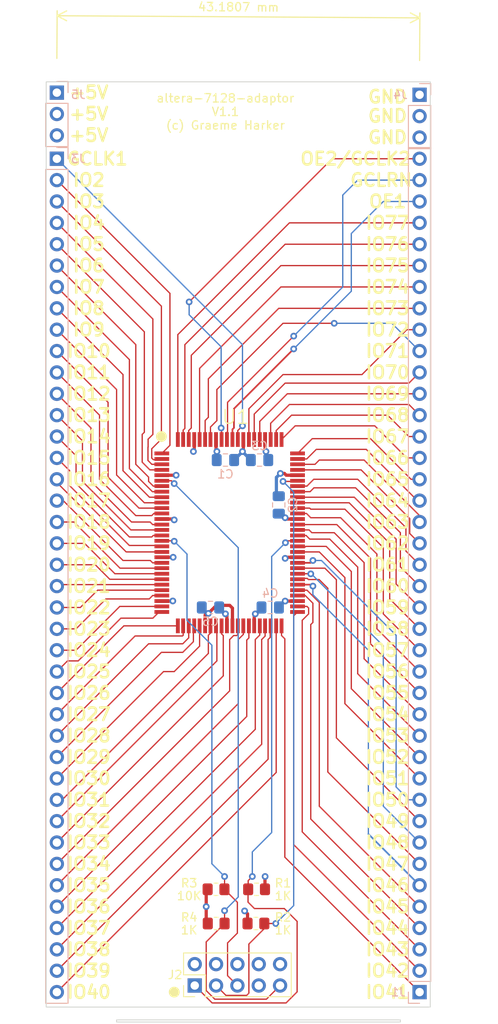
<source format=kicad_pcb>
(kicad_pcb (version 20211014) (generator pcbnew)
  (layers (0 "F.Cu" signal) (1 "In1.Cu" signal) (2 "In2.Cu" signal) (31 "B.Cu" signal) (34 "B.Paste" user) (35 "F.Paste" user) (36 "B.SilkS" user "B.Silkscreen") (37 "F.SilkS" user "F.Silkscreen") (38 "B.Mask" user) (39 "F.Mask" user) (44 "Edge.Cuts" user))
  (net 0 "")
  (net 1 "+5V")
  (net 2 "GND")
  (net 3 "/IO41")
  (net 4 "/IO42")
  (net 5 "/IO43")
  (net 6 "/IO44")
  (net 7 "/IO45")
  (net 8 "/IO46")
  (net 9 "/IO47")
  (net 10 "/IO48")
  (net 11 "/IO49")
  (net 12 "/IO50")
  (net 13 "/IO51")
  (net 14 "/IO52")
  (net 15 "/IO53")
  (net 16 "/IO54")
  (net 17 "/IO55")
  (net 18 "/IO56")
  (net 19 "/IO57")
  (net 20 "/IO58")
  (net 21 "/IO59")
  (net 22 "/IO60")
  (net 23 "/IO61")
  (net 24 "/IO62")
  (net 25 "/IO63")
  (net 26 "/IO64")
  (net 27 "/IO65")
  (net 28 "/IO66")
  (net 29 "/IO67")
  (net 30 "/IO68")
  (net 31 "/IO69")
  (net 32 "/IO70")
  (net 33 "/IO71")
  (net 34 "/IO72")
  (net 35 "/IO73")
  (net 36 "/IO74")
  (net 37 "/IO75")
  (net 38 "/IO76")
  (net 39 "/IO77")
  (net 40 "/GCLK1")
  (net 41 "/TCK")
  (net 42 "/TDO")
  (net 43 "/TMS")
  (net 46 "/TDI")
  (net 47 "/IO2")
  (net 48 "/IO3")
  (net 49 "/IO4")
  (net 50 "/IO5")
  (net 51 "/IO6")
  (net 52 "/IO7")
  (net 53 "/IO8")
  (net 54 "/IO9")
  (net 55 "/IO10")
  (net 56 "/IO11")
  (net 57 "/IO12")
  (net 58 "/IO13")
  (net 59 "/IO14")
  (net 60 "/IO15")
  (net 61 "/IO16")
  (net 62 "/IO17")
  (net 63 "/IO18")
  (net 64 "/IO19")
  (net 65 "/IO20")
  (net 66 "/IO21")
  (net 67 "/IO22")
  (net 68 "/IO23")
  (net 69 "/IO24")
  (net 70 "/IO25")
  (net 71 "/IO26")
  (net 72 "/IO27")
  (net 73 "/IO28")
  (net 74 "/IO29")
  (net 75 "/IO30")
  (net 76 "/IO31")
  (net 77 "/IO32")
  (net 78 "/IO33")
  (net 79 "/IO34")
  (net 80 "/IO35")
  (net 81 "/IO36")
  (net 82 "/IO37")
  (net 83 "/IO38")
  (net 84 "/IO39")
  (net 85 "/IO40")
  (net 87 "/OE1")
  (net 88 "/GCLRN")
  (net 89 "/OE2{slash}GCLK2")
  (footprint "QFP65P1720X2320X340-100N:QFP65P1720X2320X340-100N" (layer "F.Cu") (at 122.174 78.74)
    (fp_text reference "U1")
    (fp_text value "EPM7128SQC100-7")
  )
  (footprint "Resistor_SMD:R_0805_2012Metric_Pad1.20x1.40mm_HandSolder" (layer "F.Cu") (at 125.299511 125.195489)
    (fp_text reference "R2")
    (fp_text value "1K")
  )
  (footprint "Resistor_SMD:R_0805_2012Metric_Pad1.20x1.40mm_HandSolder" (layer "F.Cu") (at 125.375511 121.131489)
    (fp_text reference "R1")
    (fp_text value "1K")
  )
  (footprint "Resistor_SMD:R_0805_2012Metric_Pad1.20x1.40mm_HandSolder" (layer "F.Cu") (at 120.549511 121.131489)
    (fp_text reference "R3")
    (fp_text value "1K")
  )
  (footprint "Connector_PinHeader_2.54mm:PinHeader_2x05_P2.54mm_Vertical" (layer "F.Cu") (at 118.014511 132.566489 90)
    (fp_text reference "J2")
    (fp_text value "AVR-JTAG-10")
  )
  (footprint "Resistor_SMD:R_0805_2012Metric_Pad1.20x1.40mm_HandSolder" (layer "F.Cu") (at 120.565511 125.195489)
    (fp_text reference "R4")
    (fp_text value "1K")
  )
  (footprint "Capacitor_SMD:C_0805_2012Metric_Pad1.18x1.45mm_HandSolder" (layer "B.Cu") (at 121.666 70.104)
    (fp_text reference "C1")
    (fp_text value "100nF")
  )
  (footprint "Connector_PinHeader_2.54mm:PinHeader_1x03_P2.54mm_Vertical" (layer "B.Cu") (at 101.6 26.431 180)
    (fp_text reference "J5")
    (fp_text value "Conn_01x03_Male")
  )
  (footprint "Connector_PinHeader_2.54mm:PinHeader_1x03_P2.54mm_Vertical" (layer "B.Cu") (at 144.78 26.685 180)
    (fp_text reference "J4")
    (fp_text value "Conn_01x03_Male")
  )
  (footprint "Capacitor_SMD:C_0805_2012Metric_Pad1.18x1.45mm_HandSolder" (layer "B.Cu") (at 127 87.63 180)
    (fp_text reference "C4")
    (fp_text value "100nF")
  )
  (footprint "Capacitor_SMD:C_0805_2012Metric_Pad1.18x1.45mm_HandSolder" (layer "B.Cu") (at 119.888 87.63)
    (fp_text reference "C5")
    (fp_text value "100nF")
  )
  (footprint "Connector_PinHeader_2.54mm:PinHeader_1x40_P2.54mm_Vertical" (layer "B.Cu") (at 101.6 34.29 180)
    (fp_text reference "J3")
    (fp_text value "Conn_01x40_Male")
  )
  (footprint "Capacitor_SMD:C_0805_2012Metric_Pad1.18x1.45mm_HandSolder" (layer "B.Cu") (at 125.73 70.104 180)
    (fp_text reference "C3")
    (fp_text value "100nF")
  )
  (footprint "Capacitor_SMD:C_0805_2012Metric_Pad1.18x1.45mm_HandSolder" (layer "B.Cu") (at 128.016 75.438 90)
    (fp_text reference "C2")
    (fp_text value "100nF")
  )
  (footprint "Connector_PinHeader_2.54mm:PinHeader_1x40_P2.54mm_Vertical" (layer "B.Cu") (at 144.78 133.35)
    (fp_text reference "J1")
    (fp_text value "Conn_01x40_Male")
  )
  (gr_circle (center 115.57 133.35) (end 116.137961 133.35) (layer "F.SilkS") (width 0.15) (fill solid))
  (gr_circle (center 114.046 67.31) (end 114.613961 67.31) (layer "F.SilkS") (width 0.15) (fill solid))
  (gr_rect (start 108.712 136.906) (end 142.494 136.652) (layer "Edge.Cuts") (width 0.1) (fill none))
  (gr_rect (start 146.05 25.146) (end 100.33 135.128) (layer "Edge.Cuts") (width 0.1) (fill none))
  (gr_text "1K" (at 128.524 125.984) (layer "F.SilkS") (effects (font (size 1 1))))
  (gr_text "IO68" (at 140.97 64.77) (layer "F.SilkS") (effects (font (size 1.5 1.5) (thickness 0.3))))
  (gr_text "IO14" (at 105.41 67.31) (layer "F.SilkS") (effects (font (size 1.5 1.5) (thickness 0.3))))
  (gr_text "IO47" (at 140.97 118.11) (layer "F.SilkS") (effects (font (size 1.5 1.5) (thickness 0.3))))
  (gr_text "IO46" (at 140.97 120.65) (layer "F.SilkS") (effects (font (size 1.5 1.5) (thickness 0.3))))
  (gr_text "IO45" (at 140.97 123.19) (layer "F.SilkS") (effects (font (size 1.5 1.5) (thickness 0.3))))
  (gr_text "IO73" (at 140.97 52.07) (layer "F.SilkS") (effects (font (size 1.5 1.5) (thickness 0.3))))
  (gr_text "IO12" (at 105.41 62.23) (layer "F.SilkS") (effects (font (size 1.5 1.5) (thickness 0.3))))
  (gr_text "IO31" (at 105.41 110.49) (layer "F.SilkS") (effects (font (size 1.5 1.5) (thickness 0.3))))
  (gr_text "IO36" (at 105.41 123.19) (layer "F.SilkS") (effects (font (size 1.5 1.5) (thickness 0.3))))
  (gr_text "IO20" (at 105.41 82.55) (layer "F.SilkS") (effects (font (size 1.5 1.5) (thickness 0.3))))
  (gr_text "IO11" (at 105.41 59.69) (layer "F.SilkS") (effects (font (size 1.5 1.5) (thickness 0.3))))
  (gr_text "IO25" (at 105.41 95.25) (layer "F.SilkS") (effects (font (size 1.5 1.5) (thickness 0.3))))
  (gr_text "IO13" (at 105.41 64.77) (layer "F.SilkS") (effects (font (size 1.5 1.5) (thickness 0.3))))
  (gr_text "IO32" (at 105.41 113.03) (layer "F.SilkS") (effects (font (size 1.5 1.5) (thickness 0.3))))
  (gr_text "1K" (at 117.348 125.984) (layer "F.SilkS") (effects (font (size 1 1))))
  (gr_text "IO77" (at 140.97 41.91) (layer "F.SilkS") (effects (font (size 1.5 1.5) (thickness 0.3))))
  (gr_text "IO33" (at 105.41 115.57) (layer "F.SilkS") (effects (font (size 1.5 1.5) (thickness 0.3))))
  (gr_text "IO63" (at 140.97 77.47) (layer "F.SilkS") (effects (font (size 1.5 1.5) (thickness 0.3))))
  (gr_text "IO60" (at 140.97 85.09) (layer "F.SilkS") (effects (font (size 1.5 1.5) (thickness 0.3))))
  (gr_text "IO18" (at 105.41 77.47) (layer "F.SilkS") (effects (font (size 1.5 1.5) (thickness 0.3))))
  (gr_text "IO44" (at 140.97 125.73) (layer "F.SilkS") (effects (font (size 1.5 1.5) (thickness 0.3))))
  (gr_text "10K" (at 117.348 121.92) (layer "F.SilkS") (effects (font (size 1 1))))
  (gr_text "IO52" (at 140.97 105.41) (layer "F.SilkS") (effects (font (size 1.5 1.5) (thickness 0.3))))
  (gr_text "IO58" (at 140.97 90.17) (layer "F.SilkS") (effects (font (size 1.5 1.5) (thickness 0.3))))
  (gr_text "IO17" (at 105.41 74.93) (layer "F.SilkS") (effects (font (size 1.5 1.5) (thickness 0.3))))
  (gr_text "IO7" (at 105.41 49.53) (layer "F.SilkS") (effects (font (size 1.5 1.5) (thickness 0.3))))
  (gr_text "IO37" (at 105.41 125.73) (layer "F.SilkS") (effects (font (size 1.5 1.5) (thickness 0.3))))
  (gr_text "IO61" (at 140.97 82.55) (layer "F.SilkS") (effects (font (size 1.5 1.5) (thickness 0.3))))
  (gr_text "IO55" (at 140.97 97.79) (layer "F.SilkS") (effects (font (size 1.5 1.5) (thickness 0.3))))
  (gr_text "IO19" (at 105.41 80.01) (layer "F.SilkS") (effects (font (size 1.5 1.5) (thickness 0.3))))
  (gr_text "+5V" (at 105.41 31.496) (layer "F.SilkS") (effects (font (size 1.5 1.5) (thickness 0.3))))
  (gr_text "IO48" (at 140.97 115.57) (layer "F.SilkS") (effects (font (size 1.5 1.5) (thickness 0.3))))
  (gr_text "altera-7128-adaptor\nV1.1\n(c) Graeme Harker" (at 121.666 28.702) (layer "F.SilkS") (effects (font (size 1 1))))
  (gr_text "IO53" (at 140.97 102.87) (layer "F.SilkS") (effects (font (size 1.5 1.5) (thickness 0.3))))
  (gr_text "IO28" (at 105.41 102.87) (layer "F.SilkS") (effects (font (size 1.5 1.5) (thickness 0.3))))
  (gr_text "+5V" (at 105.41 28.956) (layer "F.SilkS") (effects (font (size 1.5 1.5) (thickness 0.3))))
  (gr_text "+5V" (at 105.41 26.416) (layer "F.SilkS") (effects (font (size 1.5 1.5) (thickness 0.3))))
  (gr_text "IO69" (at 140.97 62.23) (layer "F.SilkS") (effects (font (size 1.5 1.5) (thickness 0.3))))
  (gr_text "IO27" (at 105.41 100.33) (layer "F.SilkS") (effects (font (size 1.5 1.5) (thickness 0.3))))
  (gr_text "GND" (at 140.97 31.75) (layer "F.SilkS") (effects (font (size 1.5 1.5) (thickness 0.3))))
  (gr_text "IO49" (at 140.97 113.03) (layer "F.SilkS") (effects (font (size 1.5 1.5) (thickness 0.3))))
  (gr_text "IO9" (at 105.41 54.61) (layer "F.SilkS") (effects (font (size 1.5 1.5) (thickness 0.3))))
  (gr_text "IO70" (at 140.97 59.69) (layer "F.SilkS") (effects (font (size 1.5 1.5) (thickness 0.3))))
  (gr_text "IO4" (at 105.41 41.91) (layer "F.SilkS") (effects (font (size 1.5 1.5) (thickness 0.3))))
  (gr_text "IO59" (at 140.97 87.63) (layer "F.SilkS") (effects (font (size 1.5 1.5) (thickness 0.3))))
  (gr_text "IO50" (at 140.97 110.49) (layer "F.SilkS") (effects (font (size 1.5 1.5) (thickness 0.3))))
  (gr_text "1K" (at 128.524 121.92) (layer "F.SilkS") (effects (font (size 1 1))))
  (gr_text "IO57" (at 140.97 92.71) (layer "F.SilkS") (effects (font (size 1.5 1.5) (thickness 0.3))))
  (gr_text "GND" (at 140.97 29.21) (layer "F.SilkS") (effects (font (size 1.5 1.5) (thickness 0.3))))
  (gr_text "IO5" (at 105.41 44.45) (layer "F.SilkS") (effects (font (size 1.5 1.5) (thickness 0.3))))
  (gr_text "IO67" (at 140.97 67.31) (layer "F.SilkS") (effects (font (size 1.5 1.5) (thickness 0.3))))
  (gr_text "IO75" (at 140.97 46.99) (layer "F.SilkS") (effects (font (size 1.5 1.5) (thickness 0.3))))
  (gr_text "IO56" (at 140.97 95.25) (layer "F.SilkS") (effects (font (size 1.5 1.5) (thickness 0.3))))
  (gr_text "IO29" (at 105.41 105.41) (layer "F.SilkS") (effects (font (size 1.5 1.5) (thickness 0.3))))
  (gr_text "IO3" (at 105.41 39.37) (layer "F.SilkS") (effects (font (size 1.5 1.5) (thickness 0.3))))
  (gr_text "IO15" (at 105.41 69.85) (layer "F.SilkS") (effects (font (size 1.5 1.5) (thickness 0.3))))
  (gr_text "IO22" (at 105.41 87.63) (layer "F.SilkS") (effects (font (size 1.5 1.5) (thickness 0.3))))
  (gr_text "IO30" (at 105.41 107.95) (layer "F.SilkS") (effects (font (size 1.5 1.5) (thickness 0.3))))
  (gr_text "IO43" (at 140.97 128.27) (layer "F.SilkS") (effects (font (size 1.5 1.5) (thickness 0.3))))
  (gr_text "IO23" (at 105.41 90.17) (layer "F.SilkS") (effects (font (size 1.5 1.5) (thickness 0.3))))
  (gr_text "IO62" (at 140.97 80.01) (layer "F.SilkS") (effects (font (size 1.5 1.5) (thickness 0.3))))
  (gr_text "IO41" (at 140.97 133.35) (layer "F.SilkS") (effects (font (size 1.5 1.5) (thickness 0.3))))
  (gr_text "GND" (at 140.97 26.924) (layer "F.SilkS") (effects (font (size 1.5 1.5) (thickness 0.3))))
  (gr_text "IO2" (at 105.41 36.83) (layer "F.SilkS") (effects (font (size 1.5 1.5) (thickness 0.3))))
  (gr_text "GCLK1" (at 106.426 34.29) (layer "F.SilkS") (effects (font (size 1.5 1.5) (thickness 0.3))))
  (gr_text "IO10" (at 105.41 57.15) (layer "F.SilkS") (effects (font (size 1.5 1.5) (thickness 0.3))))
  (gr_text "IO42" (at 140.97 130.81) (layer "F.SilkS") (effects (font (size 1.5 1.5) (thickness 0.3))))
  (gr_text "IO34" (at 105.41 118.11) (layer "F.SilkS") (effects (font (size 1.5 1.5) (thickness 0.3))))
  (gr_text "GCLRN" (at 140.208 36.83) (layer "F.SilkS") (effects (font (size 1.5 1.5) (thickness 0.3))))
  (gr_text "IO65" (at 140.97 72.39) (layer "F.SilkS") (effects (font (size 1.5 1.5) (thickness 0.3))))
  (gr_text "IO38\n" (at 105.41 128.27) (layer "F.SilkS") (effects (font (size 1.5 1.5) (thickness 0.3))))
  (gr_text "IO24" (at 105.41 92.71) (layer "F.SilkS") (effects (font (size 1.5 1.5) (thickness 0.3))))
  (gr_text "IO16" (at 105.41 72.39) (layer "F.SilkS") (effects (font (size 1.5 1.5) (thickness 0.3))))
  (gr_text "IO26" (at 105.41 97.79) (layer "F.SilkS") (effects (font (size 1.5 1.5) (thickness 0.3))))
  (gr_text "OE1" (at 140.97 39.37) (layer "F.SilkS") (effects (font (size 1.5 1.5) (thickness 0.3))))
  (gr_text "IO72" (at 140.97 54.61) (layer "F.SilkS") (effects (font (size 1.5 1.5) (thickness 0.3))))
  (gr_text "IO39" (at 105.41 130.81) (layer "F.SilkS") (effects (font (size 1.5 1.5) (thickness 0.3))))
  (gr_text "IO6" (at 105.41 46.99) (layer "F.SilkS") (effects (font (size 1.5 1.5) (thickness 0.3))))
  (gr_text "IO21" (at 105.41 85.09) (layer "F.SilkS") (effects (font (size 1.5 1.5) (thickness 0.3))))
  (gr_text "IO71" (at 140.97 57.15) (layer "F.SilkS") (effects (font (size 1.5 1.5) (thickness 0.3))))
  (gr_text "IO64" (at 140.97 74.93) (layer "F.SilkS") (effects (font (size 1.5 1.5) (thickness 0.3))))
  (gr_text "IO35" (at 105.41 120.65) (layer "F.SilkS") (effects (font (size 1.5 1.5) (thickness 0.3))))
  (gr_text "IO66" (at 140.97 69.85) (layer "F.SilkS") (effects (font (size 1.5 1.5) (thickness 0.3))))
  (gr_text "IO51" (at 140.97 107.95) (layer "F.SilkS") (effects (font (size 1.5 1.5) (thickness 0.3))))
  (gr_text "IO76" (at 140.97 44.45) (layer "F.SilkS") (effects (font (size 1.5 1.5) (thickness 0.3))))
  (gr_text "IO40" (at 105.41 133.35) (layer "F.SilkS") (effects (font (size 1.5 1.5) (thickness 0.3))))
  (gr_text "IO54" (at 140.97 100.33) (layer "F.SilkS") (effects (font (size 1.5 1.5) (thickness 0.3))))
  (gr_text "IO74" (at 140.97 49.53) (layer "F.SilkS") (effects (font (size 1.5 1.5) (thickness 0.3))))
  (gr_text "OE2/GCLK2" (at 137.16 34.29) (layer "F.SilkS") (effects (font (size 1.5 1.5) (thickness 0.3))))
  (gr_text "IO8" (at 105.41 52.07) (layer "F.SilkS") (effects (font (size 1.5 1.5) (thickness 0.3))))
  (dimension (type aligned) (layer "F.SilkS") (pts (xy 101.6 22.86) (xy 144.78 23.114)) (height -5.569974) (gr_text "43.1807 mm" (at 123.229529 16.267142 359.6629699) (layer "F.SilkS") (effects (font (size 1 1) (thickness 0.15)))) (format (units 3) (units_format 1) (precision 4)) (style (thickness 0.15) (arrow_length 1.27) (text_position_mode 0) (extension_height 0.58642) (extension_offset 0.5) keep_text_aligned))
  (segment (start 126.3904 67.6656) (end 126.3904 68.9864) (width 0.381) (layer "F.Cu") (net 1))
  (segment (start 122.5042 87.7062) (end 122.5042 89.8144) (width 0.381) (layer "F.Cu") (net 1))
  (segment (start 119.432754 88.339246) (end 119.253 88.519) (width 0.381) (layer "F.Cu") (net 1))
  (segment (start 119.253 88.519) (end 119.253 89.8144) (width 0.381) (layer "F.Cu") (net 1))
  (segment (start 128.778 86.868) (end 130.2512 86.868) (width 0.381) (layer "F.Cu") (net 1))
  (segment (start 120.594792 87.376) (end 122.174 87.376) (width 0.381) (layer "F.Cu") (net 1))
  (segment (start 126.3904 68.9864) (end 126.492 69.088) (width 0.381) (layer "F.Cu") (net 1))
  (segment (start 119.38 125.009978) (end 119.565511 125.195489) (width 0.381) (layer "F.Cu") (net 1))
  (segment (start 122.174 87.376) (end 122.5042 87.7062) (width 0.381) (layer "F.Cu") (net 1))
  (segment (start 124.299511 124.045511) (end 123.952 123.698) (width 0.381) (layer "F.Cu") (net 1))
  (segment (start 120.5484 68.9864) (end 120.65 69.088) (width 0.381) (layer "F.Cu") (net 1))
  (segment (start 114.0968 81.661) (end 115.443 81.661) (width 0.381) (layer "F.Cu") (net 1))
  (segment (start 119.38 121.301) (end 119.549511 121.131489) (width 0.381) (layer "F.Cu") (net 1))
  (segment (start 130.2512 77.1144) (end 128.9304 77.1144) (width 0.381) (layer "F.Cu") (net 1))
  (segment (start 128.9304 77.1144) (end 128.778 76.962) (width 0.381) (layer "F.Cu") (net 1))
  (segment (start 119.38 123.19) (end 119.38 121.301) (width 0.381) (layer "F.Cu") (net 1))
  (segment (start 119.631546 88.339246) (end 119.432754 88.339246) (width 0.381) (layer "F.Cu") (net 1))
  (segment (start 119.631546 88.339246) (end 120.594792 87.376) (width 0.381) (layer "F.Cu") (net 1))
  (segment (start 120.5484 67.6656) (end 120.5484 68.9864) (width 0.381) (layer "F.Cu") (net 1))
  (segment (start 119.38 123.19) (end 119.38 125.009978) (width 0.381) (layer "F.Cu") (net 1))
  (segment (start 114.0968 71.9074) (end 115.7986 71.9074) (width 0.381) (layer "F.Cu") (net 1))
  (segment (start 124.299511 125.195489) (end 124.299511 124.045511) (width 0.381) (layer "F.Cu") (net 1))
  (via (at 115.443 81.661) (size 0.8) (drill 0.4) (layers "F.Cu" "B.Cu") (net 1))
  (via (at 123.952 123.698) (size 0.8) (drill 0.4) (layers "F.Cu" "B.Cu") (net 1))
  (via (at 128.778 86.868) (size 0.8) (drill 0.4) (layers "F.Cu" "B.Cu") (net 1))
  (via (at 126.492 69.088) (size 0.8) (drill 0.4) (layers "F.Cu" "B.Cu") (net 1))
  (via (at 115.7986 71.9074) (size 0.8) (drill 0.4) (layers "F.Cu" "B.Cu") (net 1))
  (via (at 128.778 76.962) (size 0.8) (drill 0.4) (layers "F.Cu" "B.Cu") (net 1))
  (via (at 120.65 69.088) (size 0.8) (drill 0.4) (layers "F.Cu" "B.Cu") (net 1))
  (via (at 119.631546 88.339246) (size 0.8) (drill 0.4) (layers "F.Cu" "B.Cu") (net 1))
  (via (at 119.38 123.19) (size 0.8) (drill 0.4) (layers "F.Cu" "B.Cu") (net 1))
  (segment (start 115.389117 86.868) (end 115.401793 86.855324) (width 0.381) (layer "F.Cu") (net 2))
  (segment (start 123.7996 68.9864) (end 123.7996 67.6656) (width 0.381) (layer "F.Cu") (net 2))
  (segment (start 121.8438 89.8144) (end 121.8438 88.560006) (width 0.381) (layer "F.Cu") (net 2))
  (segment (start 117.856 69.1388) (end 117.856 69.088) (width 0.381) (layer "F.Cu") (net 2))
  (segment (start 130.2512 71.9074) (end 128.904645 71.9074) (width 0.381) (layer "F.Cu") (net 2))
  (segment (start 115.4684 77.1144) (end 114.0968 77.1144) (width 0.381) (layer "F.Cu") (net 2))
  (segment (start 117.9576 67.6656) (end 117.9576 69.2404) (width 0.381) (layer "F.Cu") (net 2))
  (segment (start 128.905 81.661) (end 128.778 81.788) (width 0.381) (layer "F.Cu") (net 2))
  (segment (start 121.8438 88.560006) (end 121.66889 88.385096) (width 0.381) (layer "F.Cu") (net 2))
  (segment (start 125.095 88.519) (end 125.222 88.392) (width 0.381) (layer "F.Cu") (net 2))
  (segment (start 128.904645 71.9074) (end 128.693034 71.695789) (width 0.381) (layer "F.Cu") (net 2))
  (segment (start 115.57 77.216) (end 115.4684 77.1144) (width 0.381) (layer "F.Cu") (net 2))
  (segment (start 125.095 89.8144) (end 125.095 88.519) (width 0.381) (layer "F.Cu") (net 2))
  (segment (start 128.693034 71.695789) (end 128.20793 71.695789) (width 0.381) (layer "F.Cu") (net 2))
  (segment (start 126.375511 121.131489) (end 126.375511 119.623489) (width 0.381) (layer "F.Cu") (net 2))
  (segment (start 114.0968 86.868) (end 115.389117 86.868) (width 0.381) (layer "F.Cu") (net 2))
  (segment (start 126.375511 119.623489) (end 126.391511 119.607489) (width 0.381) (layer "F.Cu") (net 2))
  (segment (start 130.2512 81.661) (end 128.905 81.661) (width 0.381) (layer "F.Cu") (net 2))
  (segment (start 123.698 69.088) (end 123.7996 68.9864) (width 0.381) (layer "F.Cu") (net 2))
  (segment (start 117.9576 69.2404) (end 117.856 69.1388) (width 0.381) (layer "F.Cu") (net 2))
  (via (at 117.856 69.088) (size 0.8) (drill 0.4) (layers "F.Cu" "B.Cu") (net 2))
  (via (at 128.20793 71.695789) (size 0.8) (drill 0.4) (layers "F.Cu" "B.Cu") (net 2))
  (via (at 123.698 69.088) (size 0.8) (drill 0.4) (layers "F.Cu" "B.Cu") (net 2))
  (via (at 115.401793 86.855324) (size 0.8) (drill 0.4) (layers "F.Cu" "B.Cu") (net 2))
  (via (at 125.222 88.392) (size 0.8) (drill 0.4) (layers "F.Cu" "B.Cu") (net 2))
  (via (at 115.57 77.216) (size 0.8) (drill 0.4) (layers "F.Cu" "B.Cu") (net 2))
  (via (at 126.391511 119.607489) (size 0.8) (drill 0.4) (layers "F.Cu" "B.Cu") (net 2))
  (via (at 121.66889 88.385096) (size 0.8) (drill 0.4) (layers "F.Cu" "B.Cu") (net 2))
  (via (at 128.778 81.788) (size 0.8) (drill 0.4) (layers "F.Cu" "B.Cu") (net 2))
  (segment (start 127.733989 74.118489) (end 128.016 74.4005) (width 0.381) (layer "B.Cu") (net 2))
  (segment (start 123.698 69.1095) (end 124.6925 70.104) (width 0.381) (layer "B.Cu") (net 2))
  (segment (start 123.698 69.088) (end 123.698 69.1095) (width 0.381) (layer "B.Cu") (net 2))
  (segment (start 123.698 69.1095) (end 122.7035 70.104) (width 0.381) (layer "B.Cu") (net 2))
  (segment (start 127.733989 72.16973) (end 127.733989 74.118489) (width 0.381) (layer "B.Cu") (net 2))
  (segment (start 128.20793 71.695789) (end 127.733989 72.16973) (width 0.381) (layer "B.Cu") (net 2))
  (segment (start 128.3462 89.8144) (end 128.3462 90.96375) (width 0.1524) (layer "F.Cu") (net 3))
  (segment (start 128.7399 117.3099) (end 144.78 133.35) (width 0.1524) (layer "F.Cu") (net 3))
  (segment (start 128.7399 91.35745) (end 128.7399 117.3099) (width 0.1524) (layer "F.Cu") (net 3))
  (segment (start 128.3462 90.96375) (end 128.7399 91.35745) (width 0.1524) (layer "F.Cu") (net 3))
  (segment (start 129.794 88.6206) (end 130.2512 88.1634) (width 0.1524) (layer "F.Cu") (net 4))
  (segment (start 129.794 115.824) (end 129.794 88.6206) (width 0.1524) (layer "F.Cu") (net 4))
  (segment (start 144.78 130.81) (end 129.794 115.824) (width 0.1524) (layer "F.Cu") (net 4))
  (segment (start 130.2512 87.503) (end 131.3775 87.503) (width 0.1524) (layer "F.Cu") (net 5))
  (segment (start 130.81 114.3) (end 144.78 128.27) (width 0.1524) (layer "F.Cu") (net 5))
  (segment (start 131.572 87.6975) (end 131.572 88.392) (width 0.1524) (layer "F.Cu") (net 5))
  (segment (start 130.81 89.154) (end 130.81 114.3) (width 0.1524) (layer "F.Cu") (net 5))
  (segment (start 131.572 88.392) (end 130.81 89.154) (width 0.1524) (layer "F.Cu") (net 5))
  (segment (start 131.3775 87.503) (end 131.572 87.6975) (width 0.1524) (layer "F.Cu") (net 5))
  (segment (start 131.826 89.662) (end 132.08 89.408) (width 0.1524) (layer "F.Cu") (net 6))
  (segment (start 132.08 89.408) (end 132.08 87.122) (width 0.1524) (layer "F.Cu") (net 6))
  (segment (start 131.1656 86.2076) (end 130.2512 86.2076) (width 0.1524) (layer "F.Cu") (net 6))
  (segment (start 132.08 87.122) (end 131.1656 86.2076) (width 0.1524) (layer "F.Cu") (net 6))
  (segment (start 131.826 112.776) (end 131.826 89.662) (width 0.1524) (layer "F.Cu") (net 6))
  (segment (start 144.78 125.73) (end 131.826 112.776) (width 0.1524) (layer "F.Cu") (net 6))
  (segment (start 132.842 111.252) (end 144.78 123.19) (width 0.1524) (layer "F.Cu") (net 7))
  (segment (start 132.842 87.0371) (end 132.842 111.252) (width 0.1524) (layer "F.Cu") (net 7))
  (segment (start 130.2512 85.5726) (end 131.3775 85.5726) (width 0.1524) (layer "F.Cu") (net 7))
  (segment (start 131.3775 85.5726) (end 132.842 87.0371) (width 0.1524) (layer "F.Cu") (net 7))
  (segment (start 131.9022 84.9122) (end 132.08 85.09) (width 0.2) (layer "F.Cu") (net 8))
  (segment (start 130.2512 84.9122) (end 131.9022 84.9122) (width 0.2) (layer "F.Cu") (net 8))
  (via (at 132.08 85.09) (size 0.8) (drill 0.4) (layers "F.Cu" "B.Cu") (net 8))
  (segment (start 138.684 92.71) (end 138.684 114.554) (width 0.1524) (layer "B.Cu") (net 8))
  (segment (start 132.08 85.09) (end 132.08 86.106) (width 0.1524) (layer "B.Cu") (net 8))
  (segment (start 132.08 86.106) (end 138.684 92.71) (width 0.1524) (layer "B.Cu") (net 8))
  (segment (start 138.684 114.554) (end 144.78 120.65) (width 0.2) (layer "B.Cu") (net 8))
  (segment (start 130.2512 84.220711) (end 130.2512 84.2772) (width 0.1524) (layer "F.Cu") (net 9))
  (segment (start 130.302 84.169911) (end 130.2512 84.220711) (width 0.1524) (layer "F.Cu") (net 9))
  (segment (start 133.858 85.344) (end 132.821811 84.307811) (width 0.1524) (layer "F.Cu") (net 9))
  (segment (start 131.54611 84.307811) (end 131.40821 84.169911) (width 0.1524) (layer "F.Cu") (net 9))
  (segment (start 131.40821 84.169911) (end 130.302 84.169911) (width 0.1524) (layer "F.Cu") (net 9))
  (segment (start 144.78 118.11) (end 133.858 107.188) (width 0.1524) (layer "F.Cu") (net 9))
  (segment (start 133.858 107.188) (end 133.858 85.344) (width 0.1524) (layer "F.Cu") (net 9))
  (segment (start 132.821811 84.307811) (end 131.54611 84.307811) (width 0.1524) (layer "F.Cu") (net 9))
  (segment (start 131.826 83.6321) (end 131.8107 83.6168) (width 0.1524) (layer "F.Cu") (net 10))
  (segment (start 131.8107 83.6168) (end 130.2512 83.6168) (width 0.1524) (layer "F.Cu") (net 10))
  (via (at 131.826 83.6321) (size 0.8) (drill 0.4) (layers "F.Cu" "B.Cu") (net 10))
  (segment (start 140.462 111.252) (end 144.78 115.57) (width 0.1524) (layer "B.Cu") (net 10))
  (segment (start 140.462 92.202) (end 140.462 111.252) (width 0.1524) (layer "B.Cu") (net 10))
  (segment (start 131.8921 83.6321) (end 140.462 92.202) (width 0.1524) (layer "B.Cu") (net 10))
  (segment (start 131.826 83.6321) (end 131.8921 83.6321) (width 0.1524) (layer "B.Cu") (net 10))
  (segment (start 133.5024 82.9564) (end 134.874 84.328) (width 0.1524) (layer "F.Cu") (net 11))
  (segment (start 134.874 84.328) (end 134.874 103.124) (width 0.1524) (layer "F.Cu") (net 11))
  (segment (start 130.2512 82.9564) (end 133.5024 82.9564) (width 0.1524) (layer "F.Cu") (net 11))
  (segment (start 134.874 103.124) (end 144.78 113.03) (width 0.1524) (layer "F.Cu") (net 11))
  (segment (start 130.2512 82.3214) (end 131.8006 82.3214) (width 0.2) (layer "F.Cu") (net 12))
  (segment (start 131.8006 82.3214) (end 132.08 82.042) (width 0.2) (layer "F.Cu") (net 12))
  (via (at 132.08 82.042) (size 0.8) (drill 0.4) (layers "F.Cu" "B.Cu") (net 12))
  (segment (start 141.986 90.932) (end 141.986 108.966) (width 0.1524) (layer "B.Cu") (net 12))
  (segment (start 132.08 82.042) (end 133.096 82.042) (width 0.1524) (layer "B.Cu") (net 12))
  (segment (start 141.986 108.966) (end 143.51 110.49) (width 0.1524) (layer "B.Cu") (net 12))
  (segment (start 143.51 110.49) (end 144.78 110.49) (width 0.1524) (layer "B.Cu") (net 12))
  (segment (start 133.096 82.042) (end 141.986 90.932) (width 0.1524) (layer "B.Cu") (net 12))
  (segment (start 135.89 84.074) (end 132.842 81.026) (width 0.1524) (layer "F.Cu") (net 13))
  (segment (start 144.78 107.95) (end 135.89 99.06) (width 0.1524) (layer "F.Cu") (net 13))
  (segment (start 132.842 81.026) (end 130.2512 81.026) (width 0.1524) (layer "F.Cu") (net 13))
  (segment (start 135.89 99.06) (end 135.89 84.074) (width 0.1524) (layer "F.Cu") (net 13))
  (segment (start 136.652 97.282) (end 136.652 83.3541) (width 0.1524) (layer "F.Cu") (net 14))
  (segment (start 136.652 83.3541) (end 133.6635 80.3656) (width 0.1524) (layer "F.Cu") (net 14))
  (segment (start 144.78 105.41) (end 136.652 97.282) (width 0.1524) (layer "F.Cu") (net 14))
  (segment (start 131.225014 80.3656) (end 131.117725 80.472889) (width 0.1524) (layer "F.Cu") (net 14))
  (segment (start 133.6635 80.3656) (end 131.225014 80.3656) (width 0.1524) (layer "F.Cu") (net 14))
  (segment (start 134.087204 79.502) (end 137.414 82.828796) (width 0.1524) (layer "F.Cu") (net 15))
  (segment (start 130.2512 79.0702) (end 131.272522 79.0702) (width 0.1524) (layer "F.Cu") (net 15))
  (segment (start 131.704322 79.502) (end 134.087204 79.502) (width 0.1524) (layer "F.Cu") (net 15))
  (segment (start 137.414 82.828796) (end 137.414 95.504) (width 0.1524) (layer "F.Cu") (net 15))
  (segment (start 137.414 95.504) (end 144.78 102.87) (width 0.1524) (layer "F.Cu") (net 15))
  (segment (start 131.272522 79.0702) (end 131.704322 79.502) (width 0.1524) (layer "F.Cu") (net 15))
  (segment (start 138.176 93.726) (end 138.176 82.296) (width 0.1524) (layer "F.Cu") (net 16))
  (segment (start 131.955661 78.74) (end 131.625461 78.4098) (width 0.1524) (layer "F.Cu") (net 16))
  (segment (start 138.176 82.296) (end 134.62 78.74) (width 0.1524) (layer "F.Cu") (net 16))
  (segment (start 131.625461 78.4098) (end 130.2512 78.4098) (width 0.1524) (layer "F.Cu") (net 16))
  (segment (start 134.62 78.74) (end 131.955661 78.74) (width 0.1524) (layer "F.Cu") (net 16))
  (segment (start 144.78 100.33) (end 138.176 93.726) (width 0.1524) (layer "F.Cu") (net 16))
  (segment (start 134.9248 77.7748) (end 130.2512 77.7748) (width 0.1524) (layer "F.Cu") (net 17))
  (segment (start 144.78 97.79) (end 138.938 91.948) (width 0.1524) (layer "F.Cu") (net 17))
  (segment (start 138.938 91.948) (end 138.938 81.788) (width 0.1524) (layer "F.Cu") (net 17))
  (segment (start 138.938 81.788) (end 134.9248 77.7748) (width 0.1524) (layer "F.Cu") (net 17))
  (segment (start 139.7 90.17) (end 139.7 81.28) (width 0.1524) (layer "F.Cu") (net 18))
  (segment (start 131.826 76.962) (end 131.318 76.454) (width 0.1524) (layer "F.Cu") (net 18))
  (segment (start 135.382 76.962) (end 131.826 76.962) (width 0.1524) (layer "F.Cu") (net 18))
  (segment (start 131.318 76.454) (end 130.2512 76.454) (width 0.1524) (layer "F.Cu") (net 18))
  (segment (start 144.78 95.25) (end 139.7 90.17) (width 0.1524) (layer "F.Cu") (net 18))
  (segment (start 139.7 81.28) (end 135.382 76.962) (width 0.1524) (layer "F.Cu") (net 18))
  (segment (start 144.78 92.71) (end 140.462 88.392) (width 0.1524) (layer "F.Cu") (net 19))
  (segment (start 140.462 88.392) (end 140.462 80.518) (width 0.1524) (layer "F.Cu") (net 19))
  (segment (start 131.826 75.946) (end 131.699 75.819) (width 0.1524) (layer "F.Cu") (net 19))
  (segment (start 135.89 75.946) (end 131.826 75.946) (width 0.1524) (layer "F.Cu") (net 19))
  (segment (start 140.462 80.518) (end 135.89 75.946) (width 0.1524) (layer "F.Cu") (net 19))
  (segment (start 131.699 75.819) (end 130.2512 75.819) (width 0.1524) (layer "F.Cu") (net 19))
  (segment (start 141.224 86.614) (end 141.224 80.01) (width 0.1524) (layer "F.Cu") (net 20))
  (segment (start 130.407289 75.314689) (end 130.2512 75.1586) (width 0.1524) (layer "F.Cu") (net 20))
  (segment (start 144.78 90.17) (end 141.224 86.614) (width 0.1524) (layer "F.Cu") (net 20))
  (segment (start 136.398 75.184) (end 130.2766 75.184) (width 0.1524) (layer "F.Cu") (net 20))
  (segment (start 141.224 80.01) (end 136.398 75.184) (width 0.1524) (layer "F.Cu") (net 20))
  (segment (start 130.2766 75.184) (end 130.2512 75.1586) (width 0.1524) (layer "F.Cu") (net 20))
  (segment (start 141.986 79.502) (end 137.0076 74.5236) (width 0.1524) (layer "F.Cu") (net 21))
  (segment (start 137.0076 74.5236) (end 130.2512 74.5236) (width 0.1524) (layer "F.Cu") (net 21))
  (segment (start 144.78 87.63) (end 141.986 84.836) (width 0.1524) (layer "F.Cu") (net 21))
  (segment (start 141.986 84.836) (end 141.986 79.502) (width 0.1524) (layer "F.Cu") (net 21))
  (segment (start 142.494 78.74) (end 137.16 73.406) (width 0.1524) (layer "F.Cu") (net 22))
  (segment (start 131.7498 73.8632) (end 130.2512 73.8632) (width 0.1524) (layer "F.Cu") (net 22))
  (segment (start 142.494 82.804) (end 142.494 78.74) (width 0.1524) (layer "F.Cu") (net 22))
  (segment (start 132.207 73.406) (end 131.7498 73.8632) (width 0.1524) (layer "F.Cu") (net 22))
  (segment (start 137.16 73.406) (end 132.207 73.406) (width 0.1524) (layer "F.Cu") (net 22))
  (segment (start 144.78 85.09) (end 142.494 82.804) (width 0.1524) (layer "F.Cu") (net 22))
  (segment (start 143.155969 78.131969) (end 137.414 72.39) (width 0.1524) (layer "F.Cu") (net 23))
  (segment (start 143.155969 80.925969) (end 143.155969 78.131969) (width 0.1524) (layer "F.Cu") (net 23))
  (segment (start 137.414 72.39) (end 132.182922 72.39) (width 0.1524) (layer "F.Cu") (net 23))
  (segment (start 132.182922 72.39) (end 131.370122 73.2028) (width 0.1524) (layer "F.Cu") (net 23))
  (segment (start 144.78 82.55) (end 143.155969 80.925969) (width 0.1524) (layer "F.Cu") (net 23))
  (segment (start 131.370122 73.2028) (end 130.2512 73.2028) (width 0.1524) (layer "F.Cu") (net 23))
  (segment (start 143.605489 78.835489) (end 143.605489 77.057489) (width 0.1524) (layer "F.Cu") (net 24))
  (segment (start 143.605489 77.057489) (end 137.8204 71.2724) (width 0.1524) (layer "F.Cu") (net 24))
  (segment (start 137.8204 71.2724) (end 130.2512 71.2724) (width 0.1524) (layer "F.Cu") (net 24))
  (segment (start 144.78 80.01) (end 143.605489 78.835489) (width 0.1524) (layer "F.Cu") (net 24))
  (segment (start 138.176 70.104) (end 132.842 70.104) (width 0.1524) (layer "F.Cu") (net 25))
  (segment (start 132.334 70.612) (end 130.2512 70.612) (width 0.1524) (layer "F.Cu") (net 25))
  (segment (start 144.78 76.708) (end 138.176 70.104) (width 0.1524) (layer "F.Cu") (net 25))
  (segment (start 132.842 70.104) (end 132.334 70.612) (width 0.1524) (layer "F.Cu") (net 25))
  (segment (start 144.78 77.47) (end 144.78 76.708) (width 0.1524) (layer "F.Cu") (net 25))
  (segment (start 138.43 68.834) (end 132.487722 68.834) (width 0.1524) (layer "F.Cu") (net 26))
  (segment (start 132.487722 68.834) (end 131.344722 69.977) (width 0.1524) (layer "F.Cu") (net 26))
  (segment (start 144.78 74.93) (end 144.526 74.93) (width 0.1524) (layer "F.Cu") (net 26))
  (segment (start 131.344722 69.977) (end 130.2512 69.977) (width 0.1524) (layer "F.Cu") (net 26))
  (segment (start 144.526 74.93) (end 138.43 68.834) (width 0.1524) (layer "F.Cu") (net 26))
  (segment (start 143.764 72.39) (end 138.938 67.564) (width 0.1524) (layer "F.Cu") (net 27))
  (segment (start 144.78 72.39) (end 143.764 72.39) (width 0.1524) (layer "F.Cu") (net 27))
  (segment (start 138.938 67.564) (end 132.0038 67.564) (width 0.1524) (layer "F.Cu") (net 27))
  (segment (start 132.0038 67.564) (end 130.2512 69.3166) (width 0.1524) (layer "F.Cu") (net 27))
  (segment (start 139.446 66.04) (end 129.9718 66.04) (width 0.1524) (layer "F.Cu") (net 28))
  (segment (start 143.256 69.85) (end 139.446 66.04) (width 0.1524) (layer "F.Cu") (net 28))
  (segment (start 144.78 69.85) (end 143.256 69.85) (width 0.1524) (layer "F.Cu") (net 28))
  (segment (start 129.9718 66.04) (end 128.3462 67.6656) (width 0.1524) (layer "F.Cu") (net 28))
  (segment (start 127.7112 66.5988) (end 127.7112 67.6656) (width 0.1524) (layer "F.Cu") (net 29))
  (segment (start 129.54 64.77) (end 127.7112 66.5988) (width 0.1524) (layer "F.Cu") (net 29))
  (segment (start 144.78 67.31) (end 143.51 67.31) (width 0.1524) (layer "F.Cu") (net 29))
  (segment (start 140.97 64.77) (end 129.54 64.77) (width 0.1524) (layer "F.Cu") (net 29))
  (segment (start 143.51 67.31) (end 140.97 64.77) (width 0.1524) (layer "F.Cu") (net 29))
  (segment (start 144.78 64.77) (end 143.51 63.5) (width 0.1524) (layer "F.Cu") (net 30))
  (segment (start 129.286 63.5) (end 127.0508 65.7352) (width 0.1524) (layer "F.Cu") (net 30))
  (segment (start 127.0508 65.7352) (end 127.0508 67.6656) (width 0.1524) (layer "F.Cu") (net 30))
  (segment (start 143.51 63.5) (end 129.286 63.5) (width 0.1524) (layer "F.Cu") (net 30))
  (segment (start 129.032 62.23) (end 144.78 62.23) (width 0.1524) (layer "F.Cu") (net 31))
  (segment (start 125.7554 65.5066) (end 129.032 62.23) (width 0.1524) (layer "F.Cu") (net 31))
  (segment (start 125.7554 67.6656) (end 125.7554 65.5066) (width 0.1524) (layer "F.Cu") (net 31))
  (segment (start 125.095 64.643) (end 128.778 60.96) (width 0.1524) (layer "F.Cu") (net 32))
  (segment (start 125.095 67.6656) (end 125.095 64.643) (width 0.1524) (layer "F.Cu") (net 32))
  (segment (start 143.51 60.96) (end 144.78 59.69) (width 0.1524) (layer "F.Cu") (net 32))
  (segment (start 128.778 60.96) (end 143.51 60.96) (width 0.1524) (layer "F.Cu") (net 32))
  (segment (start 120.65 65.417039) (end 119.888 66.179039) (width 0.1524) (layer "F.Cu") (net 33))
  (segment (start 128.524 53.848) (end 120.65 61.722) (width 0.1524) (layer "F.Cu") (net 33))
  (segment (start 119.888 66.179039) (end 119.888 67.6656) (width 0.1524) (layer "F.Cu") (net 33))
  (segment (start 120.65 61.722) (end 120.65 65.417039) (width 0.1524) (layer "F.Cu") (net 33))
  (segment (start 134.62 53.848) (end 128.524 53.848) (width 0.1524) (layer "F.Cu") (net 33))
  (via (at 134.62 53.848) (size 0.8) (drill 0.4) (layers "F.Cu" "B.Cu") (net 33))
  (segment (start 141.478 53.848) (end 134.62 53.848) (width 0.1524) (layer "B.Cu") (net 33))
  (segment (start 144.78 57.15) (end 141.478 53.848) (width 0.1524) (layer "B.Cu") (net 33))
  (segment (start 143.256 54.61) (end 144.78 54.61) (width 0.1524) (layer "F.Cu") (net 34))
  (segment (start 124.46 67.6656) (end 124.46 64.008) (width 0.1524) (layer "F.Cu") (net 34))
  (segment (start 137.922 59.944) (end 143.256 54.61) (width 0.1524) (layer "F.Cu") (net 34))
  (segment (start 124.46 64.008) (end 128.524 59.944) (width 0.1524) (layer "F.Cu") (net 34))
  (segment (start 128.524 59.944) (end 137.922 59.944) (width 0.1524) (layer "F.Cu") (net 34))
  (segment (start 119.253 65.405) (end 119.634 65.024) (width 0.1524) (layer "F.Cu") (net 35))
  (segment (start 119.634 65.024) (end 119.634 60.452) (width 0.1524) (layer "F.Cu") (net 35))
  (segment (start 119.253 67.6656) (end 119.253 65.405) (width 0.1524) (layer "F.Cu") (net 35))
  (segment (start 119.634 60.452) (end 128.016 52.07) (width 0.1524) (layer "F.Cu") (net 35))
  (segment (start 128.016 52.07) (end 144.78 52.07) (width 0.1524) (layer "F.Cu") (net 35))
  (segment (start 128.27 49.53) (end 144.78 49.53) (width 0.1524) (layer "F.Cu") (net 36))
  (segment (start 118.5926 67.6656) (end 118.5926 59.2074) (width 0.1524) (layer "F.Cu") (net 36))
  (segment (start 118.5926 59.2074) (end 128.27 49.53) (width 0.1524) (layer "F.Cu") (net 36))
  (segment (start 117.2972 66.5988) (end 117.602 66.294) (width 0.1524) (layer "F.Cu") (net 37))
  (segment (start 117.602 57.658) (end 128.27 46.99) (width 0.1524) (layer "F.Cu") (net 37))
  (segment (start 117.602 66.294) (end 117.602 57.658) (width 0.1524) (layer "F.Cu") (net 37))
  (segment (start 117.2972 67.6656) (end 117.2972 66.5988) (width 0.1524) (layer "F.Cu") (net 37))
  (segment (start 128.27 46.99) (end 144.78 46.99) (width 0.1524) (layer "F.Cu") (net 37))
  (segment (start 116.6368 67.6656) (end 116.6368 66.548) (width 0.1524) (layer "F.Cu") (net 38))
  (segment (start 116.84 66.3448) (end 116.84 56.388) (width 0.1524) (layer "F.Cu") (net 38))
  (segment (start 128.778 44.45) (end 144.78 44.45) (width 0.1524) (layer "F.Cu") (net 38))
  (segment (start 116.84 56.388) (end 128.778 44.45) (width 0.1524) (layer "F.Cu") (net 38))
  (segment (start 116.6368 66.548) (end 116.84 66.3448) (width 0.1524) (layer "F.Cu") (net 38))
  (segment (start 129.286 41.91) (end 144.78 41.91) (width 0.1524) (layer "F.Cu") (net 39))
  (segment (start 116.0018 67.6656) (end 116.0018 55.1942) (width 0.1524) (layer "F.Cu") (net 39))
  (segment (start 116.0018 55.1942) (end 129.286 41.91) (width 0.1524) (layer "F.Cu") (net 39))
  (segment (start 123.1392 67.6656) (end 123.1392 66.5988) (width 0.1524) (layer "F.Cu") (net 40))
  (segment (start 123.1392 66.5988) (end 123.698 66.04) (width 0.1524) (layer "F.Cu") (net 40))
  (via (at 123.698 66.04) (size 0.8) (drill 0.4) (layers "F.Cu" "B.Cu") (net 40))
  (segment (start 123.698 56.388) (end 101.6 34.29) (width 0.1524) (layer "B.Cu") (net 40))
  (segment (start 123.698 66.04) (end 123.698 56.388) (width 0.1524) (layer "B.Cu") (net 40))
  (segment (start 124.359511 122.655489) (end 125.121511 123.417489) (width 0.1524) (layer "F.Cu") (net 41))
  (segment (start 130.2512 79.7052) (end 129.036302 79.7052) (width 0.1524) (layer "F.Cu") (net 41))
  (segment (start 128.88496 134.64004) (end 130.201511 133.323489) (width 0.1524) (layer "F.Cu") (net 41))
  (segment (start 124.359511 121.147489) (end 124.359511 122.655489) (width 0.1524) (layer "F.Cu") (net 41))
  (segment (start 130.201511 133.323489) (end 130.201511 124.941489) (width 0.1524) (layer "F.Cu") (net 41))
  (segment (start 125.121511 123.417489) (end 128.677511 123.417489) (width 0.1524) (layer "F.Cu") (net 41))
  (segment (start 124.867511 119.607489) (end 124.375511 120.099489) (width 0.1524) (layer "F.Cu") (net 41))
  (segment (start 128.677511 123.417489) (end 130.201511 124.941489) (width 0.1524) (layer "F.Cu") (net 41))
  (segment (start 124.375511 120.099489) (end 124.375511 121.131489) (width 0.1524) (layer "F.Cu") (net 41))
  (segment (start 129.036302 79.7052) (end 128.812718 79.928784) (width 0.1524) (layer "F.Cu") (net 41))
  (segment (start 120.088062 134.64004) (end 128.88496 134.64004) (width 0.1524) (layer "F.Cu") (net 41))
  (segment (start 118.014511 132.566489) (end 120.088062 134.64004) (width 0.1524) (layer "F.Cu") (net 41))
  (segment (start 124.375511 121.131489) (end 124.359511 121.147489) (width 0.1524) (layer "F.Cu") (net 41))
  (via (at 124.867511 119.607489) (size 0.8) (drill 0.4) (layers "F.Cu" "B.Cu") (net 41))
  (via (at 128.812718 79.928784) (size 0.8) (drill 0.4) (layers "F.Cu" "B.Cu") (net 41))
  (segment (start 127.17428 114.37972) (end 124.867511 116.686489) (width 0.1524) (layer "B.Cu") (net 41))
  (segment (start 124.867511 116.686489) (end 124.867511 119.607489) (width 0.1524) (layer "B.Cu") (net 41))
  (segment (start 127.17428 81.567222) (end 127.17428 114.37972) (width 0.1524) (layer "B.Cu") (net 41))
  (segment (start 128.812718 79.928784) (end 127.17428 81.567222) (width 0.1524) (layer "B.Cu") (net 41))
  (segment (start 124.196 133.741) (end 124.359511 133.577489) (width 0.1524) (layer "F.Cu") (net 42))
  (segment (start 127.661511 125.195489) (end 126.299511 125.195489) (width 0.1524) (layer "F.Cu") (net 42))
  (segment (start 130.175 72.644) (end 130.2512 72.5678) (width 0.1524) (layer "F.Cu") (net 42))
  (segment (start 121.692511 133.704489) (end 120.554511 132.566489) (width 0.1524) (layer "F.Cu") (net 42))
  (segment (start 124.46 127.635) (end 124.46 133.477) (width 0.1524) (layer "F.Cu") (net 42))
  (segment (start 121.729022 133.741) (end 124.196 133.741) (width 0.1524) (layer "F.Cu") (net 42))
  (segment (start 126.299511 125.195489) (end 126.299511 125.795489) (width 0.1524) (layer "F.Cu") (net 42))
  (segment (start 128.524 72.644) (end 130.175 72.644) (width 0.1524) (layer "F.Cu") (net 42))
  (segment (start 126.299511 125.795489) (end 124.46 127.635) (width 0.1524) (layer "F.Cu") (net 42))
  (segment (start 121.692511 133.704489) (end 121.729022 133.741) (width 0.1524) (layer "F.Cu") (net 42))
  (via (at 127.661511 125.195489) (size 0.8) (drill 0.4) (layers "F.Cu" "B.Cu") (net 42))
  (via (at 128.524 72.644) (size 0.8) (drill 0.4) (layers "F.Cu" "B.Cu") (net 42))
  (segment (start 129.794 123.063) (end 127.661511 125.195489) (width 0.1524) (layer "B.Cu") (net 42))
  (segment (start 128.524 72.644) (end 129.794 73.914) (width 0.1524) (layer "B.Cu") (net 42))
  (segment (start 129.794 73.914) (end 129.794 123.063) (width 0.1524) (layer "B.Cu") (net 42))
  (segment (start 114.122918 79.7052) (end 114.109859 79.692141) (width 0.1524) (layer "F.Cu") (net 43))
  (segment (start 121.549511 121.131489) (end 123.089511 122.671489) (width 0.1524) (layer "F.Cu") (net 43))
  (segment (start 121.92 127.508) (end 121.92 131.391978) (width 0.1524) (layer "F.Cu") (net 43))
  (segment (start 123.089511 126.338489) (end 121.92 127.508) (width 0.1524) (layer "F.Cu") (net 43))
  (segment (start 121.565511 121.115489) (end 121.549511 121.131489) (width 0.1524) (layer "F.Cu") (net 43))
  (segment (start 121.565511 119.607489) (end 121.565511 121.115489) (width 0.1524) (layer "F.Cu") (net 43))
  (segment (start 121.92 131.391978) (end 123.094511 132.566489) (width 0.1524) (layer "F.Cu") (net 43))
  (segment (start 115.57 79.756) (end 115.5192 79.7052) (width 0.1524) (layer "F.Cu") (net 43))
  (segment (start 123.089511 122.671489) (end 123.089511 126.338489) (width 0.1524) (layer "F.Cu") (net 43))
  (segment (start 115.5192 79.7052) (end 114.122918 79.7052) (width 0.1524) (layer "F.Cu") (net 43))
  (via (at 115.57 79.756) (size 0.8) (drill 0.4) (layers "F.Cu" "B.Cu") (net 43))
  (via (at 121.565511 119.607489) (size 0.8) (drill 0.4) (layers "F.Cu" "B.Cu") (net 43))
  (segment (start 120.055711 118.097689) (end 121.565511 119.607489) (width 0.1524) (layer "B.Cu") (net 43))
  (segment (start 115.57 79.756) (end 117.094 81.28) (width 0.1524) (layer "B.Cu") (net 43))
  (segment (start 120.055711 92.115711) (end 120.055711 118.097689) (width 0.1524) (layer "B.Cu") (net 43))
  (segment (start 117.094 81.28) (end 117.094 89.154) (width 0.1524) (layer "B.Cu") (net 43))
  (segment (start 117.094 89.154) (end 120.055711 92.115711) (width 0.1524) (layer "B.Cu") (net 43))
  (segment (start 121.565511 125.195489) (end 119.38 127.381) (width 0.1524) (layer "F.Cu") (net 46))
  (segment (start 120.400542 134.19052) (end 126.55048 134.19052) (width 0.1524) (layer "F.Cu") (net 46))
  (segment (start 119.38 127.381) (end 119.38 133.169978) (width 0.1524) (layer "F.Cu") (net 46))
  (segment (start 115.2398 72.5678) (end 114.0968 72.5678) (width 0.1524) (layer "F.Cu") (net 46))
  (segment (start 121.565511 125.195489) (end 121.565511 123.671489) (width 0.1524) (layer "F.Cu") (net 46))
  (segment (start 126.55048 134.19052) (end 128.174511 132.566489) (width 0.1524) (layer "F.Cu") (net 46))
  (segment (start 119.38 133.169978) (end 120.400542 134.19052) (width 0.1524) (layer "F.Cu") (net 46))
  (segment (start 115.57 72.898) (end 115.2398 72.5678) (width 0.1524) (layer "F.Cu") (net 46))
  (via (at 115.57 72.898) (size 0.8) (drill 0.4) (layers "F.Cu" "B.Cu") (net 46))
  (via (at 121.565511 123.671489) (size 0.8) (drill 0.4) (layers "F.Cu" "B.Cu") (net 46))
  (segment (start 115.57 72.898) (end 123.19 80.518) (width 0.1524) (layer "B.Cu") (net 46))
  (segment (start 123.19 80.518) (end 123.19 122.047) (width 0.1524) (layer "B.Cu") (net 46))
  (segment (start 123.19 122.047) (end 121.565511 123.671489) (width 0.1524) (layer "B.Cu") (net 46))
  (segment (start 115.062 68.3514) (end 114.0968 69.3166) (width 0.1524) (layer "F.Cu") (net 47))
  (segment (start 115.062 50.292) (end 115.062 68.3514) (width 0.1524) (layer "F.Cu") (net 47))
  (segment (start 101.6 36.83) (end 115.062 50.292) (width 0.1524) (layer "F.Cu") (net 47))
  (segment (start 114.046 51.816) (end 114.046 67.613478) (width 0.1524) (layer "F.Cu") (net 48))
  (segment (start 112.895989 68.763489) (end 112.895989 69.869711) (width 0.1524) (layer "F.Cu") (net 48))
  (segment (start 114.046 67.613478) (end 112.895989 68.763489) (width 0.1524) (layer "F.Cu") (net 48))
  (segment (start 113.085167 70.058889) (end 114.014911 70.058889) (width 0.1524) (layer "F.Cu") (net 48))
  (segment (start 112.895989 69.869711) (end 113.085167 70.058889) (width 0.1524) (layer "F.Cu") (net 48))
  (segment (start 101.6 39.37) (end 114.046 51.816) (width 0.1524) (layer "F.Cu") (net 48))
  (segment (start 112.903718 70.612) (end 114.0968 70.612) (width 0.1524) (layer "F.Cu") (net 49))
  (segment (start 112.446469 70.154751) (end 112.903718 70.612) (width 0.1524) (layer "F.Cu") (net 49))
  (segment (start 112.46352 67.62248) (end 112.46352 68.560241) (width 0.1524) (layer "F.Cu") (net 49))
  (segment (start 112.46352 68.560241) (end 112.446469 68.577292) (width 0.1524) (layer "F.Cu") (net 49))
  (segment (start 101.6 41.91) (end 113.03 53.34) (width 0.1524) (layer "F.Cu") (net 49))
  (segment (start 113.03 67.056) (end 112.46352 67.62248) (width 0.1524) (layer "F.Cu") (net 49))
  (segment (start 112.446469 68.577292) (end 112.446469 70.154751) (width 0.1524) (layer "F.Cu") (net 49))
  (segment (start 113.03 53.34) (end 113.03 67.056) (width 0.1524) (layer "F.Cu") (net 49))
  (segment (start 111.76 67.056) (end 112.014 66.802) (width 0.1524) (layer "F.Cu") (net 50))
  (segment (start 112.6744 71.2724) (end 111.76 70.358) (width 0.1524) (layer "F.Cu") (net 50))
  (segment (start 114.0968 71.2724) (end 112.6744 71.2724) (width 0.1524) (layer "F.Cu") (net 50))
  (segment (start 112.014 54.864) (end 101.6 44.45) (width 0.1524) (layer "F.Cu") (net 50))
  (segment (start 111.76 70.358) (end 111.76 67.056) (width 0.1524) (layer "F.Cu") (net 50))
  (segment (start 112.014 66.802) (end 112.014 54.864) (width 0.1524) (layer "F.Cu") (net 50))
  (segment (start 112.522 72.644) (end 112.522 72.136) (width 0.1524) (layer "F.Cu") (net 51))
  (segment (start 113.0808 73.2028) (end 112.522 72.644) (width 0.1524) (layer "F.Cu") (net 51))
  (segment (start 110.998 70.612) (end 110.998 56.388) (width 0.1524) (layer "F.Cu") (net 51))
  (segment (start 110.998 56.388) (end 101.6 46.99) (width 0.1524) (layer "F.Cu") (net 51))
  (segment (start 112.522 72.136) (end 110.998 70.612) (width 0.1524) (layer "F.Cu") (net 51))
  (segment (start 114.0968 73.2028) (end 113.0808 73.2028) (width 0.1524) (layer "F.Cu") (net 51))
  (segment (start 110.236 58.166) (end 101.6 49.53) (width 0.1524) (layer "F.Cu") (net 52))
  (segment (start 111.252 72.1447) (end 111.252 72.136) (width 0.1524) (layer "F.Cu") (net 52))
  (segment (start 112.9705 73.8632) (end 111.252 72.1447) (width 0.1524) (layer "F.Cu") (net 52))
  (segment (start 110.236 71.12) (end 110.236 58.166) (width 0.1524) (layer "F.Cu") (net 52))
  (segment (start 114.0968 73.8632) (end 112.9705 73.8632) (width 0.1524) (layer "F.Cu") (net 52))
  (segment (start 111.252 72.136) (end 110.236 71.12) (width 0.1524) (layer "F.Cu") (net 52))
  (segment (start 112.6236 74.5236) (end 114.0968 74.5236) (width 0.1524) (layer "F.Cu") (net 53))
  (segment (start 109.474 59.944) (end 109.474 71.374) (width 0.1524) (layer "F.Cu") (net 53))
  (segment (start 101.6 52.07) (end 109.474 59.944) (width 0.1524) (layer "F.Cu") (net 53))
  (segment (start 109.474 71.374) (end 112.6236 74.5236) (width 0.1524) (layer "F.Cu") (net 53))
  (segment (start 112.014 75.184) (end 108.712 71.882) (width 0.1524) (layer "F.Cu") (net 54))
  (segment (start 114.0968 75.1586) (end 114.0714 75.184) (width 0.1524) (layer "F.Cu") (net 54))
  (segment (start 114.0714 75.184) (end 112.014 75.184) (width 0.1524) (layer "F.Cu") (net 54))
  (segment (start 108.712 61.722) (end 101.6 54.61) (width 0.1524) (layer "F.Cu") (net 54))
  (segment (start 108.712 71.882) (end 108.712 61.722) (width 0.1524) (layer "F.Cu") (net 54))
  (segment (start 107.696 72.136) (end 107.696 63.246) (width 0.1524) (layer "F.Cu") (net 55))
  (segment (start 111.379 75.819) (end 107.696 72.136) (width 0.1524) (layer "F.Cu") (net 55))
  (segment (start 107.696 63.246) (end 101.6 57.15) (width 0.1524) (layer "F.Cu") (net 55))
  (segment (start 114.0968 75.819) (end 111.379 75.819) (width 0.1524) (layer "F.Cu") (net 55))
  (segment (start 114.0968 76.454) (end 113.149989 76.454) (width 0.1524) (layer "F.Cu") (net 56))
  (segment (start 106.68 64.77) (end 101.6 59.69) (width 0.1524) (layer "F.Cu") (net 56))
  (segment (start 106.68 72.39) (end 106.68 64.77) (width 0.1524) (layer "F.Cu") (net 56))
  (segment (start 113.149989 76.454) (end 112.895989 76.708) (width 0.1524) (layer "F.Cu") (net 56))
  (segment (start 110.998 76.708) (end 106.68 72.39) (width 0.1524) (layer "F.Cu") (net 56))
  (segment (start 112.895989 76.708) (end 110.998 76.708) (width 0.1524) (layer "F.Cu") (net 56))
  (segment (start 105.664 72.644) (end 105.664 66.294) (width 0.1524) (layer "F.Cu") (net 57))
  (segment (start 112.698478 77.47) (end 110.49 77.47) (width 0.1524) (layer "F.Cu") (net 57))
  (segment (start 114.0968 77.7748) (end 113.003278 77.7748) (width 0.1524) (layer "F.Cu") (net 57))
  (segment (start 105.664 66.294) (end 101.6 62.23) (width 0.1524) (layer "F.Cu") (net 57))
  (segment (start 110.49 77.47) (end 105.664 72.644) (width 0.1524) (layer "F.Cu") (net 57))
  (segment (start 113.003278 77.7748) (end 112.698478 77.47) (width 0.1524) (layer "F.Cu") (net 57))
  (segment (start 114.0968 78.4098) (end 110.4138 78.4098) (width 0.1524) (layer "F.Cu") (net 58))
  (segment (start 104.648 67.818) (end 101.6 64.77) (width 0.1524) (layer "F.Cu") (net 58))
  (segment (start 110.4138 78.4098) (end 104.648 72.644) (width 0.1524) (layer "F.Cu") (net 58))
  (segment (start 104.648 72.644) (end 104.648 67.818) (width 0.1524) (layer "F.Cu") (net 58))
  (segment (start 103.886 72.898) (end 103.886 69.596) (width 0.1524) (layer "F.Cu") (net 59))
  (segment (start 103.886 69.596) (end 101.6 67.31) (width 0.1524) (layer "F.Cu") (net 59))
  (segment (start 110.236 79.248) (end 103.886 72.898) (width 0.1524) (layer "F.Cu") (net 59))
  (segment (start 114.0968 79.0702) (end 113.073789 79.0702) (width 0.1524) (layer "F.Cu") (net 59))
  (segment (start 112.895989 79.248) (end 110.236 79.248) (width 0.1524) (layer "F.Cu") (net 59))
  (segment (start 113.073789 79.0702) (end 112.895989 79.248) (width 0.1524) (layer "F.Cu") (net 59))
  (segment (start 110.230311 80.258311) (end 103.124 73.152) (width 0.1524) (layer "F.Cu") (net 60))
  (segment (start 114.0968 80.3148) (end 114.040311 80.258311) (width 0.1524) (layer "F.Cu") (net 60))
  (segment (start 114.040311 80.258311) (end 110.230311 80.258311) (width 0.1524) (layer "F.Cu") (net 60))
  (segment (start 103.124 73.152) (end 103.124 71.374) (width 0.1524) (layer "F.Cu") (net 60))
  (segment (start 103.124 71.374) (end 101.6 69.85) (width 0.1524) (layer "F.Cu") (net 60))
  (segment (start 114.0968 80.3656) (end 114.0968 80.3148) (width 0.1524) (layer "F.Cu") (net 60))
  (segment (start 109.854283 81.026) (end 114.0968 81.026) (width 0.1524) (layer "F.Cu") (net 61))
  (segment (start 101.6 72.771717) (end 109.854283 81.026) (width 0.1524) (layer "F.Cu") (net 61))
  (segment (start 101.6 72.39) (end 101.6 72.771717) (width 0.1524) (layer "F.Cu") (net 61))
  (segment (start 113.003278 82.3214) (end 112.723878 82.042) (width 0.1524) (layer "F.Cu") (net 62))
  (segment (start 109.474 82.042) (end 102.362 74.93) (width 0.1524) (layer "F.Cu") (net 62))
  (segment (start 102.362 74.93) (end 101.6 74.93) (width 0.1524) (layer "F.Cu") (net 62))
  (segment (start 114.0968 82.3214) (end 113.003278 82.3214) (width 0.1524) (layer "F.Cu") (net 62))
  (segment (start 112.723878 82.042) (end 109.474 82.042) (width 0.1524) (layer "F.Cu") (net 62))
  (segment (start 109.1184 82.9564) (end 103.632 77.47) (width 0.1524) (layer "F.Cu") (net 63))
  (segment (start 114.0968 82.9564) (end 109.1184 82.9564) (width 0.1524) (layer "F.Cu") (net 63))
  (segment (start 103.632 77.47) (end 101.6 77.47) (width 0.1524) (layer "F.Cu") (net 63))
  (segment (start 114.0968 83.6168) (end 108.5088 83.6168) (width 0.1524) (layer "F.Cu") (net 64))
  (segment (start 108.5088 83.6168) (end 104.902 80.01) (width 0.1524) (layer "F.Cu") (net 64))
  (segment (start 104.902 80.01) (end 101.6 80.01) (width 0.1524) (layer "F.Cu") (net 64))
  (segment (start 106.172 82.55) (end 101.6 82.55) (width 0.1524) (layer "F.Cu") (net 65))
  (segment (start 107.8992 84.2772) (end 106.172 82.55) (width 0.1524) (layer "F.Cu") (net 65))
  (segment (start 114.0968 84.2772) (end 107.8992 84.2772) (width 0.1524) (layer "F.Cu") (net 65))
  (segment (start 101.7778 84.9122) (end 101.6 85.09) (width 0.1524) (layer "F.Cu") (net 66))
  (segment (start 114.0968 84.9122) (end 101.7778 84.9122) (width 0.1524) (layer "F.Cu") (net 66))
  (segment (start 106.4514 85.5726) (end 104.394 87.63) (width 0.1524) (layer "F.Cu") (net 67))
  (segment (start 104.394 87.63) (end 101.6 87.63) (width 0.1524) (layer "F.Cu") (net 67))
  (segment (start 106.4514 85.5726) (end 114.0968 85.5726) (width 0.1524) (layer "F.Cu") (net 67))
  (segment (start 103.886 90.17) (end 101.6 90.17) (width 0.1524) (layer "F.Cu") (net 68))
  (segment (start 107.442 86.614) (end 103.886 90.17) (width 0.1524) (layer "F.Cu") (net 68))
  (segment (start 114.0968 86.2076) (end 113.003278 86.2076) (width 0.1524) (layer "F.Cu") (net 68))
  (segment (start 113.003278 86.2076) (end 112.596878 86.614) (width 0.1524) (layer "F.Cu") (net 68))
  (segment (start 112.596878 86.614) (end 107.442 86.614) (width 0.1524) (layer "F.Cu") (net 68))
  (segment (start 114.0968 87.503) (end 109.093 87.503) (width 0.1524) (layer "F.Cu") (net 69))
  (segment (start 103.886 92.71) (end 109.093 87.503) (width 0.1524) (layer "F.Cu") (net 69))
  (segment (start 101.6 92.71) (end 103.886 92.71) (width 0.1524) (layer "F.Cu") (net 69))
  (segment (start 114.0968 88.1634) (end 113.7666 88.1634) (width 0.1524) (layer "F.Cu") (net 70))
  (segment (start 109.22 88.9) (end 113.03 88.9) (width 0.1524) (layer "F.Cu") (net 70))
  (segment (start 113.7666 88.1634) (end 113.03 88.9) (width 0.1524) (layer "F.Cu") (net 70))
  (segment (start 104.14 93.98) (end 109.22 88.9) (width 0.1524) (layer "F.Cu") (net 70))
  (segment (start 102.87 93.98) (end 104.14 93.98) (width 0.1524) (layer "F.Cu") (net 70))
  (segment (start 101.6 95.25) (end 102.87 93.98) (width 0.1524) (layer "F.Cu") (net 70))
  (segment (start 109.5756 89.8144) (end 116.0018 89.8144) (width 0.1524) (layer "F.Cu") (net 71))
  (segment (start 101.6 97.79) (end 109.5756 89.8144) (width 0.1524) (layer "F.Cu") (net 71))
  (segment (start 101.6 100.33) (end 110.914789 91.015211) (width 0.1524) (layer "F.Cu") (net 72))
  (segment (start 110.914789 91.015211) (end 116.554911 91.015211) (width 0.1524) (layer "F.Cu") (net 72))
  (segment (start 116.6368 90.933322) (end 116.6368 90.26392) (width 0.1524) (layer "F.Cu") (net 72))
  (segment (start 116.554911 91.015211) (end 116.6368 90.933322) (width 0.1524) (layer "F.Cu") (net 72))
  (segment (start 112.522 91.948) (end 116.586 91.948) (width 0.1524) (layer "F.Cu") (net 73))
  (segment (start 117.2972 91.2368) (end 117.2972 89.8144) (width 0.1524) (layer "F.Cu") (net 73))
  (segment (start 101.6 102.87) (end 112.522 91.948) (width 0.1524) (layer "F.Cu") (net 73))
  (segment (start 116.586 91.948) (end 117.2972 91.2368) (width 0.1524) (layer "F.Cu") (net 73))
  (segment (start 116.586 92.964) (end 117.856 91.694) (width 0.1524) (layer "F.Cu") (net 74))
  (segment (start 101.6 105.41) (end 114.046 92.964) (width 0.1524) (layer "F.Cu") (net 74))
  (segment (start 117.856 89.916) (end 117.9576 89.8144) (width 0.1524) (layer "F.Cu") (net 74))
  (segment (start 117.856 91.694) (end 117.856 89.916) (width 0.1524) (layer "F.Cu") (net 74))
  (segment (start 114.046 92.964) (end 116.586 92.964) (width 0.1524) (layer "F.Cu") (net 74))
  (segment (start 118.5926 92.2274) (end 115.57 95.25) (width 0.1524) (layer "F.Cu") (net 75))
  (segment (start 114.3 95.25) (end 115.57 95.25) (width 0.1524) (layer "F.Cu") (net 75))
  (segment (start 101.6 107.95) (end 114.3 95.25) (width 0.1524) (layer "F.Cu") (net 75))
  (segment (start 118.5926 89.8144) (end 118.5926 92.2274) (width 0.1524) (layer "F.Cu") (net 75))
  (segment (start 101.6 110.49) (end 102.235 110.49) (width 0.1524) (layer "F.Cu") (net 76))
  (segment (start 119.634 93.091) (end 119.634 90.932) (width 0.1524) (layer "F.Cu") (net 76))
  (segment (start 119.888 90.678) (end 119.888 89.8144) (width 0.1524) (layer "F.Cu") (net 76))
  (segment (start 102.235 110.49) (end 119.634 93.091) (width 0.1524) (layer "F.Cu") (net 76))
  (segment (start 119.634 90.932) (end 119.888 90.678) (width 0.1524) (layer "F.Cu") (net 76))
  (segment (start 120.65 93.98) (end 120.65 89.916) (width 0.1524) (layer "F.Cu") (net 77))
  (segment (start 120.65 89.916) (end 120.5484 89.8144) (width 0.1524) (layer "F.Cu") (net 77))
  (segment (start 101.6 113.03) (end 120.65 93.98) (width 0.1524) (layer "F.Cu") (net 77))
  (segment (start 121.412 95.758) (end 121.412 90.966411) (width 0.1524) (layer "F.Cu") (net 78))
  (segment (start 121.412 90.966411) (end 121.2088 90.763211) (width 0.1524) (layer "F.Cu") (net 78))
  (segment (start 121.2088 90.763211) (end 121.2088 89.8144) (width 0.1524) (layer "F.Cu") (net 78))
  (segment (start 101.6 115.57) (end 121.412 95.758) (width 0.1524) (layer "F.Cu") (net 78))
  (segment (start 122.174 97.536) (end 122.174 91.44) (width 0.1524) (layer "F.Cu") (net 79))
  (segment (start 123.008511 90.966411) (end 123.1392 90.835722) (width 0.1524) (layer "F.Cu") (net 79))
  (segment (start 123.1392 90.835722) (end 123.1392 89.8144) (width 0.1524) (layer "F.Cu") (net 79))
  (segment (start 122.174 91.44) (end 122.647589 90.966411) (width 0.1524) (layer "F.Cu") (net 79))
  (segment (start 101.6 118.11) (end 122.174 97.536) (width 0.1524) (layer "F.Cu") (net 79))
  (segment (start 122.647589 90.966411) (end 123.008511 90.966411) (width 0.1524) (layer "F.Cu") (net 79))
  (segment (start 123.19 99.06) (end 123.19 91.44) (width 0.1524) (layer "F.Cu") (net 80))
  (segment (start 101.6 120.65) (end 123.19 99.06) (width 0.1524) (layer "F.Cu") (net 80))
  (segment (start 123.19 91.44) (end 123.7996 90.8304) (width 0.1524) (layer "F.Cu") (net 80))
  (segment (start 123.7996 90.8304) (end 123.7996 89.8144) (width 0.1524) (layer "F.Cu") (net 80))
  (segment (start 124.206 91.5035) (end 124.206 100.584) (width 0.1524) (layer "F.Cu") (net 81))
  (segment (start 124.206 100.584) (end 101.6 123.19) (width 0.1524) (layer "F.Cu") (net 81))
  (segment (start 124.46 91.2495) (end 124.206 91.5035) (width 0.1524) (layer "F.Cu") (net 81))
  (segment (start 124.46 89.8144) (end 124.46 91.2495) (width 0.1524) (layer "F.Cu") (net 81))
  (segment (start 125.7554 90.907922) (end 125.222 91.441322) (width 0.1524) (layer "F.Cu") (net 82))
  (segment (start 125.7554 89.8144) (end 125.7554 90.907922) (width 0.1524) (layer "F.Cu") (net 82))
  (segment (start 125.222 91.441322) (end 125.222 102.108) (width 0.1524) (layer "F.Cu") (net 82))
  (segment (start 125.222 102.108) (end 101.6 125.73) (width 0.1524) (layer "F.Cu") (net 82))
  (segment (start 125.984 91.44) (end 125.984 103.886) (width 0.1524) (layer "F.Cu") (net 83))
  (segment (start 126.3904 89.8144) (end 126.3904 91.0336) (width 0.1524) (layer "F.Cu") (net 83))
  (segment (start 125.984 103.886) (end 101.6 128.27) (width 0.1524) (layer "F.Cu") (net 83))
  (segment (start 126.3904 91.0336) (end 125.984 91.44) (width 0.1524) (layer "F.Cu") (net 83))
  (segment (start 127 89.8652) (end 127 91.186) (width 0.1524) (layer "F.Cu") (net 84))
  (segment (start 126.746 105.664) (end 101.6 130.81) (width 0.1524) (layer "F.Cu") (net 84))
  (segment (start 127.0508 89.8144) (end 127 89.8652) (width 0.1524) (layer "F.Cu") (net 84))
  (segment (start 126.746 91.44) (end 126.746 105.664) (width 0.1524) (layer "F.Cu") (net 84))
  (segment (start 127 91.186) (end 126.746 91.44) (width 0.1524) (layer "F.Cu") (net 84))
  (segment (start 127.7112 107.2388) (end 101.6 133.35) (width 0.1524) (layer "F.Cu") (net 85))
  (segment (start 127.7112 89.8144) (end 127.7112 107.2388) (width 0.1524) (layer "F.Cu") (net 85))
  (segment (start 122.682 64.008) (end 122.682 66.282448) (width 0.2) (layer "F.Cu") (net 87))
  (segment (start 129.794 56.896) (end 122.682 64.008) (width 0.2) (layer "F.Cu") (net 87))
  (segment (start 122.5042 66.460248) (end 122.5042 67.6656) (width 0.2) (layer "F.Cu") (net 87))
  (segment (start 122.682 66.282448) (end 122.5042 66.460248) (width 0.2) (layer "F.Cu") (net 87))
  (via (at 129.794 56.896) (size 0.8) (drill 0.4) (layers "F.Cu" "B.Cu") (net 87))
  (segment (start 129.794 56.896) (end 136.652 50.038) (width 0.1524) (layer "B.Cu") (net 87))
  (segment (start 136.652 50.038) (end 136.652 43.18) (width 0.1524) (layer "B.Cu") (net 87))
  (segment (start 140.462 39.37) (end 144.78 39.37) (width 0.1524) (layer "B.Cu") (net 87))
  (segment (start 136.652 43.18) (end 140.462 39.37) (width 0.1524) (layer "B.Cu") (net 87))
  (segment (start 121.92 66.7258) (end 121.8438 66.802) (width 0.1524) (layer "F.Cu") (net 88))
  (segment (start 129.794 55.372) (end 121.92 63.246) (width 0.1524) (layer "F.Cu") (net 88))
  (segment (start 121.8438 66.802) (end 121.8438 67.6656) (width 0.1524) (layer "F.Cu") (net 88))
  (segment (start 121.92 63.246) (end 121.92 66.7258) (width 0.1524) (layer "F.Cu") (net 88))
  (via (at 129.794 55.372) (size 0.8) (drill 0.4) (layers "F.Cu" "B.Cu") (net 88))
  (segment (start 129.794 55.372) (end 135.636 49.53) (width 0.1524) (layer "B.Cu") (net 88))
  (segment (start 135.636 38.608) (end 137.414 36.83) (width 0.1524) (layer "B.Cu") (net 88))
  (segment (start 137.414 36.83) (end 144.78 36.83) (width 0.1524) (layer "B.Cu") (net 88))
  (segment (start 135.636 49.53) (end 135.636 38.608) (width 0.1524) (layer "B.Cu") (net 88))
  (segment (start 121.2088 67.6656) (end 121.2088 66.3448) (width 0.1524) (layer "F.Cu") (net 89))
  (segment (start 144.78 34.29) (end 134.366 34.29) (width 0.1524) (layer "F.Cu") (net 89))
  (segment (start 134.366 34.29) (end 117.348 51.308) (width 0.1524) (layer "F.Cu") (net 89))
  (segment (start 121.2088 66.3448) (end 121.158 66.294) (width 0.1524) (layer "F.Cu") (net 89))
  (via (at 121.158 66.294) (size 0.8) (drill 0.4) (layers "F.Cu" "B.Cu") (net 89))
  (via (at 117.348 51.308) (size 0.8) (drill 0.4) (layers "F.Cu" "B.Cu") (net 89))
  (segment (start 117.348 51.308) (end 117.348 52.832) (width 0.1524) (layer "B.Cu") (net 89))
  (segment (start 117.348 52.832) (end 121.158 56.642) (width 0.1524) (layer "B.Cu") (net 89))
  (segment (start 121.158 56.642) (end 121.158 66.294) (width 0.1524) (layer "B.Cu") (net 89))
)
</source>
